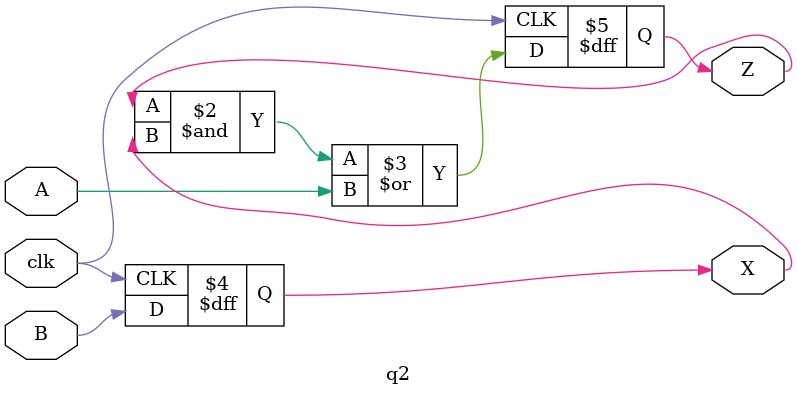
<source format=v>
module q2(
  input A, B, clk,
  output reg X, Z);

  always @(posedge clk) begin
    X <= B;
    Z <= (Z & X) | A;
  end
endmodule

</source>
